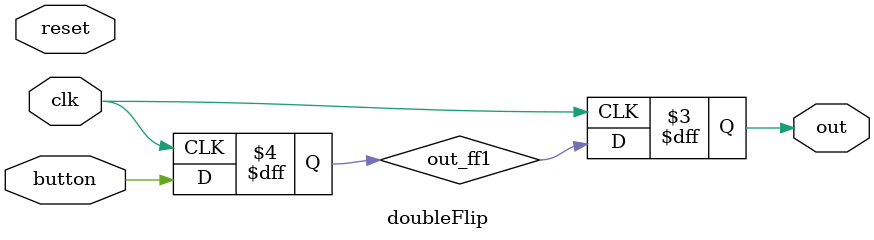
<source format=sv>
module doubleFlip (clk, reset, button, out);

input logic clk, reset;
input logic button;
output logic out;

logic out_ff1;

	always_ff @(posedge clk) begin
		out_ff1 <= button;
	end
	
	always_ff @(posedge clk) begin
		out <= out_ff1;
	end
endmodule

</source>
